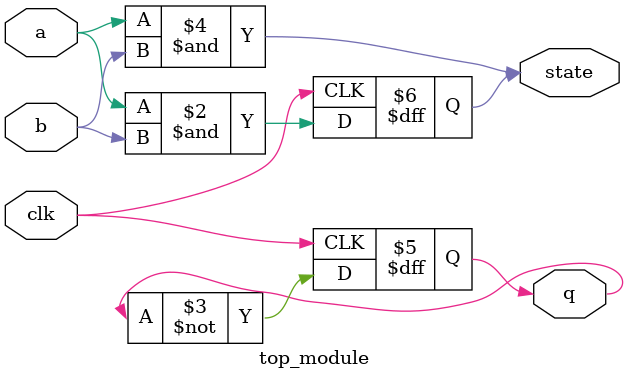
<source format=sv>
module top_module (
	input clk,
	input a,
	input b,
	output q,
	output state
);

reg q;
reg state;

always @(posedge clk) begin
	state <= a & b;
	q <= ~q;
end

assign state = a & b;

endmodule

</source>
